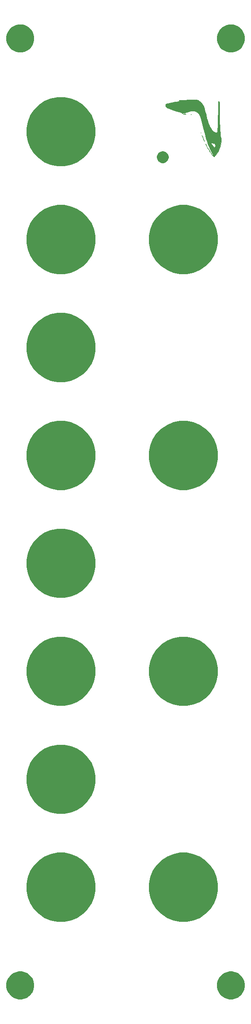
<source format=gbr>
G04 #@! TF.GenerationSoftware,KiCad,Pcbnew,(5.1.5)-3*
G04 #@! TF.CreationDate,2020-07-13T19:54:25+01:00*
G04 #@! TF.ProjectId,Panel,50616e65-6c2e-46b6-9963-61645f706362,rev?*
G04 #@! TF.SameCoordinates,Original*
G04 #@! TF.FileFunction,Soldermask,Bot*
G04 #@! TF.FilePolarity,Negative*
%FSLAX46Y46*%
G04 Gerber Fmt 4.6, Leading zero omitted, Abs format (unit mm)*
G04 Created by KiCad (PCBNEW (5.1.5)-3) date 2020-07-13 19:54:25*
%MOMM*%
%LPD*%
G04 APERTURE LIST*
%ADD10C,0.010000*%
%ADD11C,0.100000*%
G04 APERTURE END LIST*
D10*
G36*
X187988048Y-6563565D02*
G01*
X187824732Y-6407942D01*
X187676058Y-6238150D01*
X187503988Y-6030521D01*
X187739373Y-6238150D01*
X187858577Y-6341327D01*
X187919791Y-6382685D01*
X187919849Y-6349345D01*
X187855585Y-6228430D01*
X187723835Y-6007062D01*
X187654312Y-5892101D01*
X187429624Y-5496659D01*
X187216973Y-5068754D01*
X187011975Y-4595353D01*
X186810246Y-4063426D01*
X186607403Y-3459942D01*
X186399061Y-2771871D01*
X186180836Y-1986182D01*
X185948344Y-1089844D01*
X185701407Y-87254D01*
X185519831Y615012D01*
X185342095Y1202852D01*
X185170445Y1669969D01*
X185007126Y2010067D01*
X184895185Y2173658D01*
X184786573Y2278368D01*
X184616913Y2419978D01*
X184532851Y2485102D01*
X184389882Y2585358D01*
X184260485Y2645592D01*
X184103195Y2675269D01*
X183876548Y2683852D01*
X183667728Y2682544D01*
X183353469Y2670125D01*
X183080025Y2634722D01*
X182795253Y2566003D01*
X182447012Y2453632D01*
X182361262Y2423636D01*
X182041137Y2313390D01*
X181822508Y2247612D01*
X181677591Y2221307D01*
X181578601Y2229485D01*
X181497753Y2267150D01*
X181496139Y2268164D01*
X181351754Y2338525D01*
X181125903Y2426981D01*
X180893948Y2505771D01*
X180219372Y2719763D01*
X179665414Y2900820D01*
X179219894Y3055054D01*
X178870632Y3188577D01*
X178605449Y3307504D01*
X178412166Y3417947D01*
X178278602Y3526019D01*
X178192577Y3637833D01*
X178141913Y3759502D01*
X178114430Y3897139D01*
X178113901Y3901087D01*
X178115211Y4004097D01*
X178172029Y4077565D01*
X178313560Y4146041D01*
X178471605Y4201783D01*
X178668154Y4256029D01*
X178969504Y4324796D01*
X179343665Y4401440D01*
X179758646Y4479317D01*
X180058512Y4531378D01*
X180450331Y4598484D01*
X180792858Y4660031D01*
X181063507Y4711724D01*
X181239692Y4749272D01*
X181298521Y4767059D01*
X181259956Y4788261D01*
X181122507Y4799992D01*
X181064666Y4800815D01*
X180902462Y4814066D01*
X180853460Y4849893D01*
X180862804Y4863349D01*
X180946876Y4881290D01*
X181146898Y4899313D01*
X181440402Y4916815D01*
X181804920Y4933191D01*
X182217985Y4947835D01*
X182657129Y4960142D01*
X183099883Y4969508D01*
X183523779Y4975329D01*
X183906351Y4976999D01*
X184225130Y4973913D01*
X184457648Y4965467D01*
X184510161Y4961533D01*
X184701790Y4933353D01*
X184820274Y4895204D01*
X184838907Y4874629D01*
X184895992Y4811755D01*
X185034528Y4736663D01*
X185045790Y4731914D01*
X185268094Y4590367D01*
X185506074Y4360069D01*
X185724051Y4080807D01*
X185884451Y3796671D01*
X185938071Y3646905D01*
X186018241Y3385543D01*
X186118521Y3035419D01*
X186232469Y2619368D01*
X186353648Y2160225D01*
X186430165Y1861641D01*
X186575996Y1295806D01*
X186699567Y842192D01*
X186808333Y477828D01*
X186909753Y179744D01*
X187011281Y-75032D01*
X187120376Y-309471D01*
X187160831Y-389236D01*
X187400564Y-799597D01*
X187658140Y-1147275D01*
X187919936Y-1421463D01*
X188172327Y-1611353D01*
X188401690Y-1706139D01*
X188594401Y-1695014D01*
X188704293Y-1613580D01*
X188722596Y-1526088D01*
X188742114Y-1317070D01*
X188762301Y-1003405D01*
X188782612Y-601975D01*
X188802499Y-129661D01*
X188821417Y396655D01*
X188838818Y960092D01*
X188854158Y1543770D01*
X188866888Y2130808D01*
X188876464Y2704323D01*
X188882338Y3247435D01*
X188883964Y3743263D01*
X188883339Y3918390D01*
X188882936Y4246787D01*
X188889330Y4461045D01*
X188907033Y4585422D01*
X188940560Y4644181D01*
X188994423Y4661581D01*
X189021759Y4662395D01*
X189059020Y4659585D01*
X189089170Y4642307D01*
X189112974Y4597290D01*
X189131198Y4511260D01*
X189144607Y4370947D01*
X189153966Y4163078D01*
X189160039Y3874382D01*
X189163593Y3491586D01*
X189165391Y3001419D01*
X189166200Y2390608D01*
X189166385Y2153539D01*
X189172891Y1221968D01*
X189190524Y351947D01*
X189218593Y-444967D01*
X189256410Y-1157221D01*
X189303283Y-1773262D01*
X189358522Y-2281534D01*
X189421437Y-2670485D01*
X189465376Y-2851334D01*
X189505211Y-3144172D01*
X189489299Y-3527246D01*
X189424652Y-3967418D01*
X189318283Y-4431550D01*
X189309954Y-4458411D01*
X188356472Y-4458411D01*
X188356436Y-4260785D01*
X188244841Y-4074931D01*
X188032378Y-3926014D01*
X187909741Y-3878691D01*
X187646303Y-3806376D01*
X187499280Y-3788118D01*
X187468880Y-3807861D01*
X187508810Y-3942401D01*
X187611350Y-4138586D01*
X187750620Y-4351614D01*
X187870906Y-4503848D01*
X188009742Y-4654923D01*
X188096559Y-4714508D01*
X188168662Y-4696853D01*
X188234258Y-4642641D01*
X188356472Y-4458411D01*
X189309954Y-4458411D01*
X189177207Y-4886506D01*
X189008435Y-5299147D01*
X188905230Y-5498012D01*
X188788109Y-5688479D01*
X188637020Y-5914844D01*
X188472546Y-6148750D01*
X188315273Y-6361838D01*
X188185785Y-6525752D01*
X188104666Y-6612133D01*
X188091648Y-6618804D01*
X187988048Y-6563565D01*
G37*
X187988048Y-6563565D02*
X187824732Y-6407942D01*
X187676058Y-6238150D01*
X187503988Y-6030521D01*
X187739373Y-6238150D01*
X187858577Y-6341327D01*
X187919791Y-6382685D01*
X187919849Y-6349345D01*
X187855585Y-6228430D01*
X187723835Y-6007062D01*
X187654312Y-5892101D01*
X187429624Y-5496659D01*
X187216973Y-5068754D01*
X187011975Y-4595353D01*
X186810246Y-4063426D01*
X186607403Y-3459942D01*
X186399061Y-2771871D01*
X186180836Y-1986182D01*
X185948344Y-1089844D01*
X185701407Y-87254D01*
X185519831Y615012D01*
X185342095Y1202852D01*
X185170445Y1669969D01*
X185007126Y2010067D01*
X184895185Y2173658D01*
X184786573Y2278368D01*
X184616913Y2419978D01*
X184532851Y2485102D01*
X184389882Y2585358D01*
X184260485Y2645592D01*
X184103195Y2675269D01*
X183876548Y2683852D01*
X183667728Y2682544D01*
X183353469Y2670125D01*
X183080025Y2634722D01*
X182795253Y2566003D01*
X182447012Y2453632D01*
X182361262Y2423636D01*
X182041137Y2313390D01*
X181822508Y2247612D01*
X181677591Y2221307D01*
X181578601Y2229485D01*
X181497753Y2267150D01*
X181496139Y2268164D01*
X181351754Y2338525D01*
X181125903Y2426981D01*
X180893948Y2505771D01*
X180219372Y2719763D01*
X179665414Y2900820D01*
X179219894Y3055054D01*
X178870632Y3188577D01*
X178605449Y3307504D01*
X178412166Y3417947D01*
X178278602Y3526019D01*
X178192577Y3637833D01*
X178141913Y3759502D01*
X178114430Y3897139D01*
X178113901Y3901087D01*
X178115211Y4004097D01*
X178172029Y4077565D01*
X178313560Y4146041D01*
X178471605Y4201783D01*
X178668154Y4256029D01*
X178969504Y4324796D01*
X179343665Y4401440D01*
X179758646Y4479317D01*
X180058512Y4531378D01*
X180450331Y4598484D01*
X180792858Y4660031D01*
X181063507Y4711724D01*
X181239692Y4749272D01*
X181298521Y4767059D01*
X181259956Y4788261D01*
X181122507Y4799992D01*
X181064666Y4800815D01*
X180902462Y4814066D01*
X180853460Y4849893D01*
X180862804Y4863349D01*
X180946876Y4881290D01*
X181146898Y4899313D01*
X181440402Y4916815D01*
X181804920Y4933191D01*
X182217985Y4947835D01*
X182657129Y4960142D01*
X183099883Y4969508D01*
X183523779Y4975329D01*
X183906351Y4976999D01*
X184225130Y4973913D01*
X184457648Y4965467D01*
X184510161Y4961533D01*
X184701790Y4933353D01*
X184820274Y4895204D01*
X184838907Y4874629D01*
X184895992Y4811755D01*
X185034528Y4736663D01*
X185045790Y4731914D01*
X185268094Y4590367D01*
X185506074Y4360069D01*
X185724051Y4080807D01*
X185884451Y3796671D01*
X185938071Y3646905D01*
X186018241Y3385543D01*
X186118521Y3035419D01*
X186232469Y2619368D01*
X186353648Y2160225D01*
X186430165Y1861641D01*
X186575996Y1295806D01*
X186699567Y842192D01*
X186808333Y477828D01*
X186909753Y179744D01*
X187011281Y-75032D01*
X187120376Y-309471D01*
X187160831Y-389236D01*
X187400564Y-799597D01*
X187658140Y-1147275D01*
X187919936Y-1421463D01*
X188172327Y-1611353D01*
X188401690Y-1706139D01*
X188594401Y-1695014D01*
X188704293Y-1613580D01*
X188722596Y-1526088D01*
X188742114Y-1317070D01*
X188762301Y-1003405D01*
X188782612Y-601975D01*
X188802499Y-129661D01*
X188821417Y396655D01*
X188838818Y960092D01*
X188854158Y1543770D01*
X188866888Y2130808D01*
X188876464Y2704323D01*
X188882338Y3247435D01*
X188883964Y3743263D01*
X188883339Y3918390D01*
X188882936Y4246787D01*
X188889330Y4461045D01*
X188907033Y4585422D01*
X188940560Y4644181D01*
X188994423Y4661581D01*
X189021759Y4662395D01*
X189059020Y4659585D01*
X189089170Y4642307D01*
X189112974Y4597290D01*
X189131198Y4511260D01*
X189144607Y4370947D01*
X189153966Y4163078D01*
X189160039Y3874382D01*
X189163593Y3491586D01*
X189165391Y3001419D01*
X189166200Y2390608D01*
X189166385Y2153539D01*
X189172891Y1221968D01*
X189190524Y351947D01*
X189218593Y-444967D01*
X189256410Y-1157221D01*
X189303283Y-1773262D01*
X189358522Y-2281534D01*
X189421437Y-2670485D01*
X189465376Y-2851334D01*
X189505211Y-3144172D01*
X189489299Y-3527246D01*
X189424652Y-3967418D01*
X189318283Y-4431550D01*
X189309954Y-4458411D01*
X188356472Y-4458411D01*
X188356436Y-4260785D01*
X188244841Y-4074931D01*
X188032378Y-3926014D01*
X187909741Y-3878691D01*
X187646303Y-3806376D01*
X187499280Y-3788118D01*
X187468880Y-3807861D01*
X187508810Y-3942401D01*
X187611350Y-4138586D01*
X187750620Y-4351614D01*
X187870906Y-4503848D01*
X188009742Y-4654923D01*
X188096559Y-4714508D01*
X188168662Y-4696853D01*
X188234258Y-4642641D01*
X188356472Y-4458411D01*
X189309954Y-4458411D01*
X189177207Y-4886506D01*
X189008435Y-5299147D01*
X188905230Y-5498012D01*
X188788109Y-5688479D01*
X188637020Y-5914844D01*
X188472546Y-6148750D01*
X188315273Y-6361838D01*
X188185785Y-6525752D01*
X188104666Y-6612133D01*
X188091648Y-6618804D01*
X187988048Y-6563565D01*
G36*
X181821771Y2050189D02*
G01*
X181812522Y2051123D01*
X181747032Y2063956D01*
X181806327Y2073691D01*
X181976780Y2078633D01*
X182035910Y2078922D01*
X182237947Y2075872D01*
X182337894Y2067288D01*
X182319450Y2054870D01*
X182296991Y2051681D01*
X182068122Y2040062D01*
X181821771Y2050189D01*
G37*
X181821771Y2050189D02*
X181812522Y2051123D01*
X181747032Y2063956D01*
X181806327Y2073691D01*
X181976780Y2078633D01*
X182035910Y2078922D01*
X182237947Y2075872D01*
X182337894Y2067288D01*
X182319450Y2054870D01*
X182296991Y2051681D01*
X182068122Y2040062D01*
X181821771Y2050189D01*
G36*
X183316292Y1997817D02*
G01*
X183350897Y2032422D01*
X183385501Y1997817D01*
X183350897Y1963212D01*
X183316292Y1997817D01*
G37*
X183316292Y1997817D02*
X183350897Y2032422D01*
X183385501Y1997817D01*
X183350897Y1963212D01*
X183316292Y1997817D01*
G36*
X185323376Y-1739512D02*
G01*
X185357981Y-1704907D01*
X185392586Y-1739512D01*
X185357981Y-1774117D01*
X185323376Y-1739512D01*
G37*
X185323376Y-1739512D02*
X185357981Y-1704907D01*
X185392586Y-1739512D01*
X185357981Y-1774117D01*
X185323376Y-1739512D01*
G36*
X185531006Y-2293191D02*
G01*
X185565610Y-2258586D01*
X185600215Y-2293191D01*
X185565610Y-2327796D01*
X185531006Y-2293191D01*
G37*
X185531006Y-2293191D02*
X185565610Y-2258586D01*
X185600215Y-2293191D01*
X185565610Y-2327796D01*
X185531006Y-2293191D01*
G36*
X185600215Y-2431610D02*
G01*
X185634820Y-2397006D01*
X185669425Y-2431610D01*
X185634820Y-2466215D01*
X185600215Y-2431610D01*
G37*
X185600215Y-2431610D02*
X185634820Y-2397006D01*
X185669425Y-2431610D01*
X185634820Y-2466215D01*
X185600215Y-2431610D01*
G36*
X185692495Y-2650775D02*
G01*
X185684212Y-2568639D01*
X185692495Y-2558495D01*
X185733640Y-2567995D01*
X185738635Y-2604635D01*
X185713312Y-2661602D01*
X185692495Y-2650775D01*
G37*
X185692495Y-2650775D02*
X185684212Y-2568639D01*
X185692495Y-2558495D01*
X185733640Y-2567995D01*
X185738635Y-2604635D01*
X185713312Y-2661602D01*
X185692495Y-2650775D01*
G36*
X185738635Y-2777659D02*
G01*
X185773240Y-2743055D01*
X185807845Y-2777659D01*
X185773240Y-2812264D01*
X185738635Y-2777659D01*
G37*
X185738635Y-2777659D02*
X185773240Y-2743055D01*
X185807845Y-2777659D01*
X185773240Y-2812264D01*
X185738635Y-2777659D01*
G36*
X185807845Y-2916079D02*
G01*
X185842450Y-2881474D01*
X185877055Y-2916079D01*
X185842450Y-2950684D01*
X185807845Y-2916079D01*
G37*
X185807845Y-2916079D02*
X185842450Y-2881474D01*
X185877055Y-2916079D01*
X185842450Y-2950684D01*
X185807845Y-2916079D01*
G36*
X185900124Y-3135243D02*
G01*
X185891841Y-3053108D01*
X185900124Y-3042964D01*
X185941270Y-3052464D01*
X185946264Y-3089104D01*
X185920942Y-3146071D01*
X185900124Y-3135243D01*
G37*
X185900124Y-3135243D02*
X185891841Y-3053108D01*
X185900124Y-3042964D01*
X185941270Y-3052464D01*
X185946264Y-3089104D01*
X185920942Y-3146071D01*
X185900124Y-3135243D01*
G36*
X185946264Y-3262128D02*
G01*
X185980869Y-3227523D01*
X186015474Y-3262128D01*
X185980869Y-3296733D01*
X185946264Y-3262128D01*
G37*
X185946264Y-3262128D02*
X185980869Y-3227523D01*
X186015474Y-3262128D01*
X185980869Y-3296733D01*
X185946264Y-3262128D01*
G36*
X186015474Y-3400548D02*
G01*
X186050079Y-3365943D01*
X186084684Y-3400548D01*
X186050079Y-3435153D01*
X186015474Y-3400548D01*
G37*
X186015474Y-3400548D02*
X186050079Y-3365943D01*
X186084684Y-3400548D01*
X186050079Y-3435153D01*
X186015474Y-3400548D01*
G36*
X186292313Y-4023436D02*
G01*
X186326918Y-3988831D01*
X186361523Y-4023436D01*
X186326918Y-4058041D01*
X186292313Y-4023436D01*
G37*
X186292313Y-4023436D02*
X186326918Y-3988831D01*
X186361523Y-4023436D01*
X186326918Y-4058041D01*
X186292313Y-4023436D01*
G36*
X186361523Y-4161856D02*
G01*
X186396128Y-4127251D01*
X186430733Y-4161856D01*
X186396128Y-4196461D01*
X186361523Y-4161856D01*
G37*
X186361523Y-4161856D02*
X186396128Y-4127251D01*
X186430733Y-4161856D01*
X186396128Y-4196461D01*
X186361523Y-4161856D01*
G36*
X186430733Y-4300275D02*
G01*
X186465338Y-4265670D01*
X186499943Y-4300275D01*
X186465338Y-4334880D01*
X186430733Y-4300275D01*
G37*
X186430733Y-4300275D02*
X186465338Y-4265670D01*
X186499943Y-4300275D01*
X186465338Y-4334880D01*
X186430733Y-4300275D01*
G36*
X186499943Y-4438695D02*
G01*
X186534548Y-4404090D01*
X186569153Y-4438695D01*
X186534548Y-4473300D01*
X186499943Y-4438695D01*
G37*
X186499943Y-4438695D02*
X186534548Y-4404090D01*
X186569153Y-4438695D01*
X186534548Y-4473300D01*
X186499943Y-4438695D01*
G36*
X186569153Y-4577115D02*
G01*
X186603758Y-4542510D01*
X186638362Y-4577115D01*
X186603758Y-4611719D01*
X186569153Y-4577115D01*
G37*
X186569153Y-4577115D02*
X186603758Y-4542510D01*
X186638362Y-4577115D01*
X186603758Y-4611719D01*
X186569153Y-4577115D01*
G36*
X187256504Y-5664845D02*
G01*
X187155357Y-5521650D01*
X187023209Y-5318746D01*
X187002948Y-5286515D01*
X186833454Y-5015090D01*
X186725806Y-4839867D01*
X186668204Y-4739843D01*
X186648848Y-4694018D01*
X186655937Y-4681392D01*
X186662679Y-4680929D01*
X186712319Y-4735161D01*
X186813466Y-4878355D01*
X186945614Y-5081260D01*
X186965875Y-5113491D01*
X187135369Y-5384915D01*
X187243017Y-5560139D01*
X187300619Y-5660163D01*
X187319975Y-5705987D01*
X187312886Y-5718614D01*
X187306144Y-5719076D01*
X187256504Y-5664845D01*
G37*
X187256504Y-5664845D02*
X187155357Y-5521650D01*
X187023209Y-5318746D01*
X187002948Y-5286515D01*
X186833454Y-5015090D01*
X186725806Y-4839867D01*
X186668204Y-4739843D01*
X186648848Y-4694018D01*
X186655937Y-4681392D01*
X186662679Y-4680929D01*
X186712319Y-4735161D01*
X186813466Y-4878355D01*
X186945614Y-5081260D01*
X186965875Y-5113491D01*
X187135369Y-5384915D01*
X187243017Y-5560139D01*
X187300619Y-5660163D01*
X187319975Y-5705987D01*
X187312886Y-5718614D01*
X187306144Y-5719076D01*
X187256504Y-5664845D01*
G36*
X187479574Y-5967920D02*
G01*
X187405857Y-5903583D01*
X187399670Y-5888016D01*
X187432516Y-5859570D01*
X187500899Y-5923311D01*
X187510094Y-5937399D01*
X187518251Y-5984759D01*
X187479574Y-5967920D01*
G37*
X187479574Y-5967920D02*
X187405857Y-5903583D01*
X187399670Y-5888016D01*
X187432516Y-5859570D01*
X187500899Y-5923311D01*
X187510094Y-5937399D01*
X187518251Y-5984759D01*
X187479574Y-5967920D01*
D11*
G36*
X192326526Y-172774002D02*
G01*
X192845375Y-172988916D01*
X193312327Y-173300924D01*
X193709436Y-173698033D01*
X194021444Y-174164985D01*
X194236358Y-174683834D01*
X194345920Y-175234641D01*
X194345920Y-175796239D01*
X194236358Y-176347046D01*
X194021444Y-176865895D01*
X193709436Y-177332847D01*
X193312327Y-177729956D01*
X192845375Y-178041964D01*
X192326526Y-178256878D01*
X191775720Y-178366440D01*
X191214120Y-178366440D01*
X190663314Y-178256878D01*
X190144465Y-178041964D01*
X189677513Y-177729956D01*
X189280404Y-177332847D01*
X188968396Y-176865895D01*
X188753482Y-176347046D01*
X188643920Y-175796239D01*
X188643920Y-175234641D01*
X188753482Y-174683834D01*
X188968396Y-174164985D01*
X189280404Y-173698033D01*
X189677513Y-173300924D01*
X190144465Y-172988916D01*
X190663314Y-172774002D01*
X191214120Y-172664440D01*
X191775720Y-172664440D01*
X192326526Y-172774002D01*
G37*
G36*
X149326526Y-172774002D02*
G01*
X149845375Y-172988916D01*
X150312327Y-173300924D01*
X150709436Y-173698033D01*
X151021444Y-174164985D01*
X151236358Y-174683834D01*
X151345920Y-175234641D01*
X151345920Y-175796239D01*
X151236358Y-176347046D01*
X151021444Y-176865895D01*
X150709436Y-177332847D01*
X150312327Y-177729956D01*
X149845375Y-178041964D01*
X149326526Y-178256878D01*
X148775720Y-178366440D01*
X148214120Y-178366440D01*
X147663314Y-178256878D01*
X147144465Y-178041964D01*
X146677513Y-177729956D01*
X146280404Y-177332847D01*
X145968396Y-176865895D01*
X145753482Y-176347046D01*
X145643920Y-175796239D01*
X145643920Y-175234641D01*
X145753482Y-174683834D01*
X145968396Y-174164985D01*
X146280404Y-173698033D01*
X146677513Y-173300924D01*
X147144465Y-172988916D01*
X147663314Y-172774002D01*
X148214120Y-172664440D01*
X148775720Y-172664440D01*
X149326526Y-172774002D01*
G37*
G36*
X158858200Y-148726765D02*
G01*
X160141399Y-149258284D01*
X160141401Y-149258285D01*
X161296251Y-150029930D01*
X162278370Y-151012049D01*
X163050015Y-152166899D01*
X163050016Y-152166901D01*
X163581535Y-153450100D01*
X163852500Y-154812336D01*
X163852500Y-156201264D01*
X163581535Y-157563500D01*
X163050016Y-158846699D01*
X163050015Y-158846701D01*
X162278370Y-160001551D01*
X161296251Y-160983670D01*
X160141401Y-161755315D01*
X160141400Y-161755316D01*
X160141399Y-161755316D01*
X158858200Y-162286835D01*
X157495964Y-162557800D01*
X156107036Y-162557800D01*
X154744800Y-162286835D01*
X153461601Y-161755316D01*
X153461600Y-161755316D01*
X153461599Y-161755315D01*
X152306749Y-160983670D01*
X151324630Y-160001551D01*
X150552985Y-158846701D01*
X150552984Y-158846699D01*
X150021465Y-157563500D01*
X149750500Y-156201264D01*
X149750500Y-154812336D01*
X150021465Y-153450100D01*
X150552984Y-152166901D01*
X150552985Y-152166899D01*
X151324630Y-151012049D01*
X152306749Y-150029930D01*
X153461599Y-149258285D01*
X153461601Y-149258284D01*
X154744800Y-148726765D01*
X156107036Y-148455800D01*
X157495964Y-148455800D01*
X158858200Y-148726765D01*
G37*
G36*
X183858200Y-148726765D02*
G01*
X185141399Y-149258284D01*
X185141401Y-149258285D01*
X186296251Y-150029930D01*
X187278370Y-151012049D01*
X188050015Y-152166899D01*
X188050016Y-152166901D01*
X188581535Y-153450100D01*
X188852500Y-154812336D01*
X188852500Y-156201264D01*
X188581535Y-157563500D01*
X188050016Y-158846699D01*
X188050015Y-158846701D01*
X187278370Y-160001551D01*
X186296251Y-160983670D01*
X185141401Y-161755315D01*
X185141400Y-161755316D01*
X185141399Y-161755316D01*
X183858200Y-162286835D01*
X182495964Y-162557800D01*
X181107036Y-162557800D01*
X179744800Y-162286835D01*
X178461601Y-161755316D01*
X178461600Y-161755316D01*
X178461599Y-161755315D01*
X177306749Y-160983670D01*
X176324630Y-160001551D01*
X175552985Y-158846701D01*
X175552984Y-158846699D01*
X175021465Y-157563500D01*
X174750500Y-156201264D01*
X174750500Y-154812336D01*
X175021465Y-153450100D01*
X175552984Y-152166901D01*
X175552985Y-152166899D01*
X176324630Y-151012049D01*
X177306749Y-150029930D01*
X178461599Y-149258285D01*
X178461601Y-149258284D01*
X179744800Y-148726765D01*
X181107036Y-148455800D01*
X182495964Y-148455800D01*
X183858200Y-148726765D01*
G37*
G36*
X158858200Y-126726765D02*
G01*
X160141399Y-127258284D01*
X160141401Y-127258285D01*
X161296251Y-128029930D01*
X162278370Y-129012049D01*
X163050015Y-130166899D01*
X163050016Y-130166901D01*
X163581535Y-131450100D01*
X163852500Y-132812336D01*
X163852500Y-134201264D01*
X163581535Y-135563500D01*
X163050016Y-136846699D01*
X163050015Y-136846701D01*
X162278370Y-138001551D01*
X161296251Y-138983670D01*
X160141401Y-139755315D01*
X160141400Y-139755316D01*
X160141399Y-139755316D01*
X158858200Y-140286835D01*
X157495964Y-140557800D01*
X156107036Y-140557800D01*
X154744800Y-140286835D01*
X153461601Y-139755316D01*
X153461600Y-139755316D01*
X153461599Y-139755315D01*
X152306749Y-138983670D01*
X151324630Y-138001551D01*
X150552985Y-136846701D01*
X150552984Y-136846699D01*
X150021465Y-135563500D01*
X149750500Y-134201264D01*
X149750500Y-132812336D01*
X150021465Y-131450100D01*
X150552984Y-130166901D01*
X150552985Y-130166899D01*
X151324630Y-129012049D01*
X152306749Y-128029930D01*
X153461599Y-127258285D01*
X153461601Y-127258284D01*
X154744800Y-126726765D01*
X156107036Y-126455800D01*
X157495964Y-126455800D01*
X158858200Y-126726765D01*
G37*
G36*
X183858200Y-104726765D02*
G01*
X185141399Y-105258284D01*
X185141401Y-105258285D01*
X186296251Y-106029930D01*
X187278370Y-107012049D01*
X188050015Y-108166899D01*
X188050016Y-108166901D01*
X188581535Y-109450100D01*
X188852500Y-110812336D01*
X188852500Y-112201264D01*
X188581535Y-113563500D01*
X188050016Y-114846699D01*
X188050015Y-114846701D01*
X187278370Y-116001551D01*
X186296251Y-116983670D01*
X185141401Y-117755315D01*
X185141400Y-117755316D01*
X185141399Y-117755316D01*
X183858200Y-118286835D01*
X182495964Y-118557800D01*
X181107036Y-118557800D01*
X179744800Y-118286835D01*
X178461601Y-117755316D01*
X178461600Y-117755316D01*
X178461599Y-117755315D01*
X177306749Y-116983670D01*
X176324630Y-116001551D01*
X175552985Y-114846701D01*
X175552984Y-114846699D01*
X175021465Y-113563500D01*
X174750500Y-112201264D01*
X174750500Y-110812336D01*
X175021465Y-109450100D01*
X175552984Y-108166901D01*
X175552985Y-108166899D01*
X176324630Y-107012049D01*
X177306749Y-106029930D01*
X178461599Y-105258285D01*
X178461601Y-105258284D01*
X179744800Y-104726765D01*
X181107036Y-104455800D01*
X182495964Y-104455800D01*
X183858200Y-104726765D01*
G37*
G36*
X158858200Y-104726765D02*
G01*
X160141399Y-105258284D01*
X160141401Y-105258285D01*
X161296251Y-106029930D01*
X162278370Y-107012049D01*
X163050015Y-108166899D01*
X163050016Y-108166901D01*
X163581535Y-109450100D01*
X163852500Y-110812336D01*
X163852500Y-112201264D01*
X163581535Y-113563500D01*
X163050016Y-114846699D01*
X163050015Y-114846701D01*
X162278370Y-116001551D01*
X161296251Y-116983670D01*
X160141401Y-117755315D01*
X160141400Y-117755316D01*
X160141399Y-117755316D01*
X158858200Y-118286835D01*
X157495964Y-118557800D01*
X156107036Y-118557800D01*
X154744800Y-118286835D01*
X153461601Y-117755316D01*
X153461600Y-117755316D01*
X153461599Y-117755315D01*
X152306749Y-116983670D01*
X151324630Y-116001551D01*
X150552985Y-114846701D01*
X150552984Y-114846699D01*
X150021465Y-113563500D01*
X149750500Y-112201264D01*
X149750500Y-110812336D01*
X150021465Y-109450100D01*
X150552984Y-108166901D01*
X150552985Y-108166899D01*
X151324630Y-107012049D01*
X152306749Y-106029930D01*
X153461599Y-105258285D01*
X153461601Y-105258284D01*
X154744800Y-104726765D01*
X156107036Y-104455800D01*
X157495964Y-104455800D01*
X158858200Y-104726765D01*
G37*
G36*
X158858200Y-82726765D02*
G01*
X160141399Y-83258284D01*
X160141401Y-83258285D01*
X161296251Y-84029930D01*
X162278370Y-85012049D01*
X163050015Y-86166899D01*
X163050016Y-86166901D01*
X163581535Y-87450100D01*
X163852500Y-88812336D01*
X163852500Y-90201264D01*
X163581535Y-91563500D01*
X163050016Y-92846699D01*
X163050015Y-92846701D01*
X162278370Y-94001551D01*
X161296251Y-94983670D01*
X160141401Y-95755315D01*
X160141400Y-95755316D01*
X160141399Y-95755316D01*
X158858200Y-96286835D01*
X157495964Y-96557800D01*
X156107036Y-96557800D01*
X154744800Y-96286835D01*
X153461601Y-95755316D01*
X153461600Y-95755316D01*
X153461599Y-95755315D01*
X152306749Y-94983670D01*
X151324630Y-94001551D01*
X150552985Y-92846701D01*
X150552984Y-92846699D01*
X150021465Y-91563500D01*
X149750500Y-90201264D01*
X149750500Y-88812336D01*
X150021465Y-87450100D01*
X150552984Y-86166901D01*
X150552985Y-86166899D01*
X151324630Y-85012049D01*
X152306749Y-84029930D01*
X153461599Y-83258285D01*
X153461601Y-83258284D01*
X154744800Y-82726765D01*
X156107036Y-82455800D01*
X157495964Y-82455800D01*
X158858200Y-82726765D01*
G37*
G36*
X183858200Y-60726765D02*
G01*
X185141399Y-61258284D01*
X185141401Y-61258285D01*
X186296251Y-62029930D01*
X187278370Y-63012049D01*
X188050015Y-64166899D01*
X188050016Y-64166901D01*
X188581535Y-65450100D01*
X188852500Y-66812336D01*
X188852500Y-68201264D01*
X188581535Y-69563500D01*
X188050016Y-70846699D01*
X188050015Y-70846701D01*
X187278370Y-72001551D01*
X186296251Y-72983670D01*
X185141401Y-73755315D01*
X185141400Y-73755316D01*
X185141399Y-73755316D01*
X183858200Y-74286835D01*
X182495964Y-74557800D01*
X181107036Y-74557800D01*
X179744800Y-74286835D01*
X178461601Y-73755316D01*
X178461600Y-73755316D01*
X178461599Y-73755315D01*
X177306749Y-72983670D01*
X176324630Y-72001551D01*
X175552985Y-70846701D01*
X175552984Y-70846699D01*
X175021465Y-69563500D01*
X174750500Y-68201264D01*
X174750500Y-66812336D01*
X175021465Y-65450100D01*
X175552984Y-64166901D01*
X175552985Y-64166899D01*
X176324630Y-63012049D01*
X177306749Y-62029930D01*
X178461599Y-61258285D01*
X178461601Y-61258284D01*
X179744800Y-60726765D01*
X181107036Y-60455800D01*
X182495964Y-60455800D01*
X183858200Y-60726765D01*
G37*
G36*
X158858200Y-60726765D02*
G01*
X160141399Y-61258284D01*
X160141401Y-61258285D01*
X161296251Y-62029930D01*
X162278370Y-63012049D01*
X163050015Y-64166899D01*
X163050016Y-64166901D01*
X163581535Y-65450100D01*
X163852500Y-66812336D01*
X163852500Y-68201264D01*
X163581535Y-69563500D01*
X163050016Y-70846699D01*
X163050015Y-70846701D01*
X162278370Y-72001551D01*
X161296251Y-72983670D01*
X160141401Y-73755315D01*
X160141400Y-73755316D01*
X160141399Y-73755316D01*
X158858200Y-74286835D01*
X157495964Y-74557800D01*
X156107036Y-74557800D01*
X154744800Y-74286835D01*
X153461601Y-73755316D01*
X153461600Y-73755316D01*
X153461599Y-73755315D01*
X152306749Y-72983670D01*
X151324630Y-72001551D01*
X150552985Y-70846701D01*
X150552984Y-70846699D01*
X150021465Y-69563500D01*
X149750500Y-68201264D01*
X149750500Y-66812336D01*
X150021465Y-65450100D01*
X150552984Y-64166901D01*
X150552985Y-64166899D01*
X151324630Y-63012049D01*
X152306749Y-62029930D01*
X153461599Y-61258285D01*
X153461601Y-61258284D01*
X154744800Y-60726765D01*
X156107036Y-60455800D01*
X157495964Y-60455800D01*
X158858200Y-60726765D01*
G37*
G36*
X158858200Y-38726765D02*
G01*
X160141399Y-39258284D01*
X160141401Y-39258285D01*
X161296251Y-40029930D01*
X162278370Y-41012049D01*
X163050015Y-42166899D01*
X163050016Y-42166901D01*
X163581535Y-43450100D01*
X163852500Y-44812336D01*
X163852500Y-46201264D01*
X163581535Y-47563500D01*
X163050016Y-48846699D01*
X163050015Y-48846701D01*
X162278370Y-50001551D01*
X161296251Y-50983670D01*
X160141401Y-51755315D01*
X160141400Y-51755316D01*
X160141399Y-51755316D01*
X158858200Y-52286835D01*
X157495964Y-52557800D01*
X156107036Y-52557800D01*
X154744800Y-52286835D01*
X153461601Y-51755316D01*
X153461600Y-51755316D01*
X153461599Y-51755315D01*
X152306749Y-50983670D01*
X151324630Y-50001551D01*
X150552985Y-48846701D01*
X150552984Y-48846699D01*
X150021465Y-47563500D01*
X149750500Y-46201264D01*
X149750500Y-44812336D01*
X150021465Y-43450100D01*
X150552984Y-42166901D01*
X150552985Y-42166899D01*
X151324630Y-41012049D01*
X152306749Y-40029930D01*
X153461599Y-39258285D01*
X153461601Y-39258284D01*
X154744800Y-38726765D01*
X156107036Y-38455800D01*
X157495964Y-38455800D01*
X158858200Y-38726765D01*
G37*
G36*
X183858200Y-16726765D02*
G01*
X185141399Y-17258284D01*
X185141401Y-17258285D01*
X186296251Y-18029930D01*
X187278370Y-19012049D01*
X188050015Y-20166899D01*
X188050016Y-20166901D01*
X188581535Y-21450100D01*
X188852500Y-22812336D01*
X188852500Y-24201264D01*
X188581535Y-25563500D01*
X188050016Y-26846699D01*
X188050015Y-26846701D01*
X187278370Y-28001551D01*
X186296251Y-28983670D01*
X185141401Y-29755315D01*
X185141400Y-29755316D01*
X185141399Y-29755316D01*
X183858200Y-30286835D01*
X182495964Y-30557800D01*
X181107036Y-30557800D01*
X179744800Y-30286835D01*
X178461601Y-29755316D01*
X178461600Y-29755316D01*
X178461599Y-29755315D01*
X177306749Y-28983670D01*
X176324630Y-28001551D01*
X175552985Y-26846701D01*
X175552984Y-26846699D01*
X175021465Y-25563500D01*
X174750500Y-24201264D01*
X174750500Y-22812336D01*
X175021465Y-21450100D01*
X175552984Y-20166901D01*
X175552985Y-20166899D01*
X176324630Y-19012049D01*
X177306749Y-18029930D01*
X178461599Y-17258285D01*
X178461601Y-17258284D01*
X179744800Y-16726765D01*
X181107036Y-16455800D01*
X182495964Y-16455800D01*
X183858200Y-16726765D01*
G37*
G36*
X158858200Y-16726765D02*
G01*
X160141399Y-17258284D01*
X160141401Y-17258285D01*
X161296251Y-18029930D01*
X162278370Y-19012049D01*
X163050015Y-20166899D01*
X163050016Y-20166901D01*
X163581535Y-21450100D01*
X163852500Y-22812336D01*
X163852500Y-24201264D01*
X163581535Y-25563500D01*
X163050016Y-26846699D01*
X163050015Y-26846701D01*
X162278370Y-28001551D01*
X161296251Y-28983670D01*
X160141401Y-29755315D01*
X160141400Y-29755316D01*
X160141399Y-29755316D01*
X158858200Y-30286835D01*
X157495964Y-30557800D01*
X156107036Y-30557800D01*
X154744800Y-30286835D01*
X153461601Y-29755316D01*
X153461600Y-29755316D01*
X153461599Y-29755315D01*
X152306749Y-28983670D01*
X151324630Y-28001551D01*
X150552985Y-26846701D01*
X150552984Y-26846699D01*
X150021465Y-25563500D01*
X149750500Y-24201264D01*
X149750500Y-22812336D01*
X150021465Y-21450100D01*
X150552984Y-20166901D01*
X150552985Y-20166899D01*
X151324630Y-19012049D01*
X152306749Y-18029930D01*
X153461599Y-17258285D01*
X153461601Y-17258284D01*
X154744800Y-16726765D01*
X156107036Y-16455800D01*
X157495964Y-16455800D01*
X158858200Y-16726765D01*
G37*
G36*
X158858200Y5273235D02*
G01*
X160141399Y4741716D01*
X160141401Y4741715D01*
X161296251Y3970070D01*
X162278370Y2987951D01*
X163050015Y1833101D01*
X163050016Y1833099D01*
X163581535Y549900D01*
X163852500Y-812336D01*
X163852500Y-2201264D01*
X163581535Y-3563500D01*
X163050016Y-4846699D01*
X163050015Y-4846701D01*
X162278370Y-6001551D01*
X161296251Y-6983670D01*
X160141401Y-7755315D01*
X160141400Y-7755316D01*
X160141399Y-7755316D01*
X158858200Y-8286835D01*
X157495964Y-8557800D01*
X156107036Y-8557800D01*
X154744800Y-8286835D01*
X153461601Y-7755316D01*
X153461600Y-7755316D01*
X153461599Y-7755315D01*
X152306749Y-6983670D01*
X151324630Y-6001551D01*
X150552985Y-4846701D01*
X150552984Y-4846699D01*
X150021465Y-3563500D01*
X149750500Y-2201264D01*
X149750500Y-812336D01*
X150021465Y549900D01*
X150552984Y1833099D01*
X150552985Y1833101D01*
X151324630Y2987951D01*
X152306749Y3970070D01*
X153461599Y4741715D01*
X153461601Y4741716D01*
X154744800Y5273235D01*
X156107036Y5544200D01*
X157495964Y5544200D01*
X158858200Y5273235D01*
G37*
G36*
X177946318Y-5560473D02*
G01*
X178164885Y-5651007D01*
X178164887Y-5651008D01*
X178361593Y-5782442D01*
X178528878Y-5949727D01*
X178563505Y-6001551D01*
X178660313Y-6146435D01*
X178750847Y-6365002D01*
X178797000Y-6597030D01*
X178797000Y-6833610D01*
X178750847Y-7065638D01*
X178660313Y-7284205D01*
X178660312Y-7284207D01*
X178528878Y-7480913D01*
X178361593Y-7648198D01*
X178164887Y-7779632D01*
X178164886Y-7779633D01*
X178164885Y-7779633D01*
X177946318Y-7870167D01*
X177714290Y-7916320D01*
X177477710Y-7916320D01*
X177245682Y-7870167D01*
X177027115Y-7779633D01*
X177027114Y-7779633D01*
X177027113Y-7779632D01*
X176830407Y-7648198D01*
X176663122Y-7480913D01*
X176531688Y-7284207D01*
X176531687Y-7284205D01*
X176441153Y-7065638D01*
X176395000Y-6833610D01*
X176395000Y-6597030D01*
X176441153Y-6365002D01*
X176531687Y-6146435D01*
X176628495Y-6001551D01*
X176663122Y-5949727D01*
X176830407Y-5782442D01*
X177027113Y-5651008D01*
X177027115Y-5651007D01*
X177245682Y-5560473D01*
X177477710Y-5514320D01*
X177714290Y-5514320D01*
X177946318Y-5560473D01*
G37*
G36*
X149051122Y20280779D02*
G01*
X149326526Y20225998D01*
X149845375Y20011084D01*
X150312327Y19699076D01*
X150709436Y19301967D01*
X151021444Y18835015D01*
X151236358Y18316166D01*
X151345920Y17765359D01*
X151345920Y17203761D01*
X151236358Y16652954D01*
X151021444Y16134105D01*
X150709436Y15667153D01*
X150312327Y15270044D01*
X149845375Y14958036D01*
X149326526Y14743122D01*
X148775720Y14633560D01*
X148214120Y14633560D01*
X147663314Y14743122D01*
X147144465Y14958036D01*
X146677513Y15270044D01*
X146280404Y15667153D01*
X145968396Y16134105D01*
X145753482Y16652954D01*
X145643920Y17203761D01*
X145643920Y17765359D01*
X145753482Y18316166D01*
X145968396Y18835015D01*
X146280404Y19301967D01*
X146677513Y19699076D01*
X147144465Y20011084D01*
X147663314Y20225998D01*
X148214120Y20335560D01*
X148775720Y20335560D01*
X149051122Y20280779D01*
G37*
G36*
X192051122Y20280779D02*
G01*
X192326526Y20225998D01*
X192845375Y20011084D01*
X193312327Y19699076D01*
X193709436Y19301967D01*
X194021444Y18835015D01*
X194236358Y18316166D01*
X194345920Y17765359D01*
X194345920Y17203761D01*
X194236358Y16652954D01*
X194021444Y16134105D01*
X193709436Y15667153D01*
X193312327Y15270044D01*
X192845375Y14958036D01*
X192326526Y14743122D01*
X191775720Y14633560D01*
X191214120Y14633560D01*
X190663314Y14743122D01*
X190144465Y14958036D01*
X189677513Y15270044D01*
X189280404Y15667153D01*
X188968396Y16134105D01*
X188753482Y16652954D01*
X188643920Y17203761D01*
X188643920Y17765359D01*
X188753482Y18316166D01*
X188968396Y18835015D01*
X189280404Y19301967D01*
X189677513Y19699076D01*
X190144465Y20011084D01*
X190663314Y20225998D01*
X191214120Y20335560D01*
X191775720Y20335560D01*
X192051122Y20280779D01*
G37*
M02*

</source>
